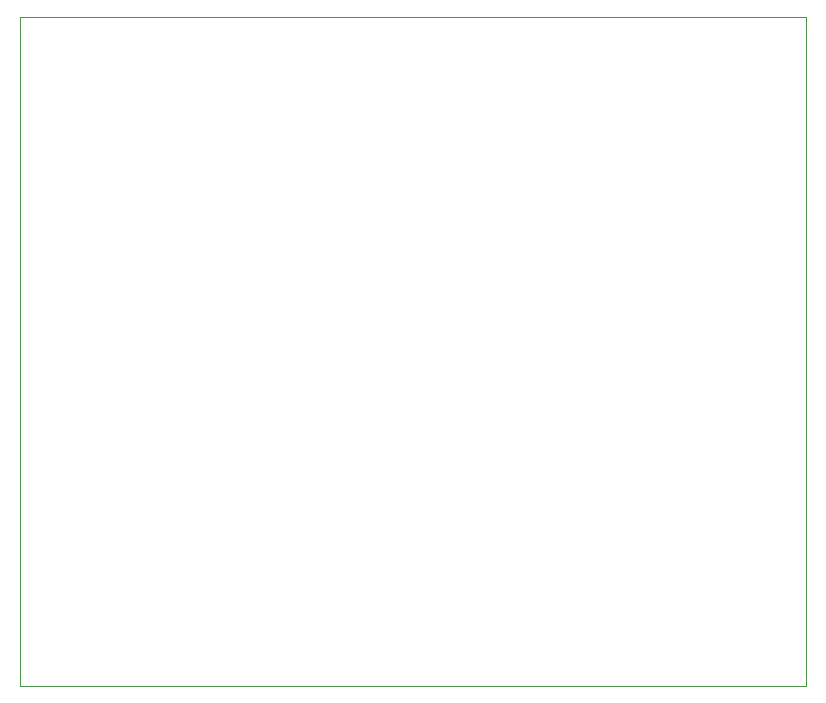
<source format=gbr>
%TF.GenerationSoftware,KiCad,Pcbnew,7.0.1*%
%TF.CreationDate,2023-03-21T17:21:33+01:00*%
%TF.ProjectId,PCB_evenwicht,5043425f-6576-4656-9e77-696368742e6b,rev?*%
%TF.SameCoordinates,Original*%
%TF.FileFunction,Profile,NP*%
%FSLAX46Y46*%
G04 Gerber Fmt 4.6, Leading zero omitted, Abs format (unit mm)*
G04 Created by KiCad (PCBNEW 7.0.1) date 2023-03-21 17:21:33*
%MOMM*%
%LPD*%
G01*
G04 APERTURE LIST*
%TA.AperFunction,Profile*%
%ADD10C,0.050000*%
%TD*%
G04 APERTURE END LIST*
D10*
X104394000Y-46228000D02*
X170942000Y-46228000D01*
X170942000Y-102870000D01*
X104394000Y-102870000D01*
X104394000Y-46228000D01*
M02*

</source>
